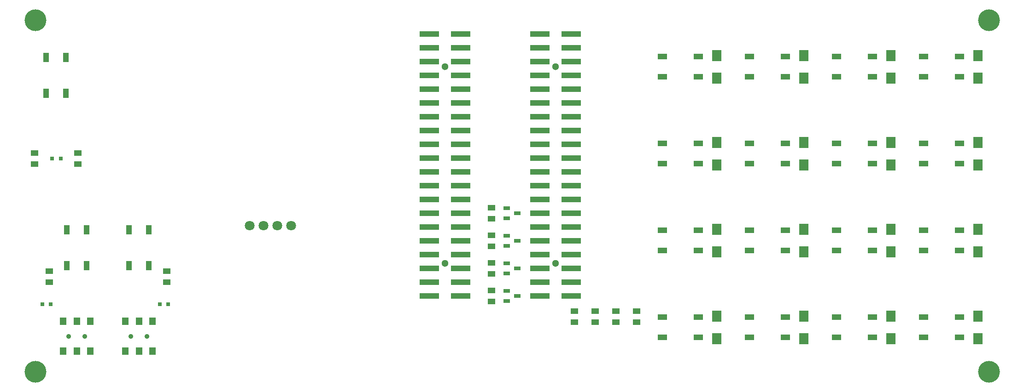
<source format=gbr>
%TF.GenerationSoftware,KiCad,Pcbnew,7.0.2-0*%
%TF.CreationDate,2023-09-13T20:52:30-05:00*%
%TF.ProjectId,CowPi-mk4a,436f7750-692d-46d6-9b34-612e6b696361,mk4a*%
%TF.SameCoordinates,Original*%
%TF.FileFunction,Soldermask,Top*%
%TF.FilePolarity,Negative*%
%FSLAX46Y46*%
G04 Gerber Fmt 4.6, Leading zero omitted, Abs format (unit mm)*
G04 Created by KiCad (PCBNEW 7.0.2-0) date 2023-09-13 20:52:30*
%MOMM*%
%LPD*%
G01*
G04 APERTURE LIST*
%ADD10R,1.377013X1.132537*%
%ADD11R,1.700000X1.000000*%
%ADD12R,1.250013X0.700000*%
%ADD13R,1.800000X2.000000*%
%ADD14R,3.600000X1.019990*%
%ADD15C,1.300025*%
%ADD16C,4.000000*%
%ADD17C,0.900025*%
%ADD18R,1.200000X1.400000*%
%ADD19R,1.000000X1.700000*%
%ADD20R,0.800000X0.800000*%
%ADD21C,1.800000*%
G04 APERTURE END LIST*
D10*
%TO.C,R12*%
X50320224Y-89900000D03*
X50320224Y-87900000D03*
%TD*%
D11*
%TO.C,U15*%
X213770731Y-86162294D03*
X220370681Y-86162269D03*
X213770731Y-89862701D03*
X220370681Y-89862676D03*
%TD*%
D12*
%TO.C,U42*%
X137090656Y-103132739D03*
X137090656Y-105032663D03*
X139090656Y-104082701D03*
%TD*%
D11*
%TO.C,U7*%
X213770731Y-70162294D03*
X220370681Y-70162269D03*
X213770731Y-73862701D03*
X220370681Y-73862676D03*
%TD*%
D13*
%TO.C,U31*%
X223690706Y-106072429D03*
X223690706Y-101952541D03*
%TD*%
%TO.C,U16*%
X223690706Y-90072429D03*
X223690706Y-85952541D03*
%TD*%
%TO.C,U8*%
X223690706Y-74072429D03*
X223690706Y-69952541D03*
%TD*%
D14*
%TO.C,U38*%
X128650504Y-114242736D03*
X122850656Y-114242736D03*
X128650504Y-111702731D03*
X122850656Y-111702731D03*
X128650504Y-109162726D03*
X122850656Y-109162726D03*
X128650504Y-106622721D03*
X122850656Y-106622721D03*
X128650504Y-104082716D03*
X122850656Y-104082716D03*
X128650504Y-101542711D03*
X122850656Y-101542711D03*
X128650504Y-99002706D03*
X122850656Y-99002706D03*
X128650504Y-96462701D03*
X122850656Y-96462701D03*
X128650504Y-93922696D03*
X122850656Y-93922696D03*
X128650504Y-91382691D03*
X122850656Y-91382691D03*
X128650504Y-88842685D03*
X122850656Y-88842685D03*
X128650504Y-86302680D03*
X122850656Y-86302680D03*
X128650504Y-83762675D03*
X122850656Y-83762675D03*
X128650504Y-81222670D03*
X122850656Y-81222670D03*
X128650504Y-78682665D03*
X122850656Y-78682665D03*
X128650504Y-76142660D03*
X122850656Y-76142660D03*
X128650504Y-73602655D03*
X122850656Y-73602655D03*
X128650504Y-71062650D03*
X122850656Y-71062650D03*
X128650504Y-68522645D03*
X122850656Y-68522645D03*
X128650504Y-65982640D03*
X122850656Y-65982640D03*
D15*
X125750580Y-108212764D03*
X125750580Y-72012866D03*
%TD*%
D16*
%TO.C,H4*%
X225720656Y-63442701D03*
%TD*%
D10*
%TO.C,R1*%
X134280656Y-115242701D03*
X134280656Y-113242701D03*
%TD*%
D13*
%TO.C,U12*%
X191690706Y-90072429D03*
X191690706Y-85952541D03*
%TD*%
D16*
%TO.C,H1*%
X50460656Y-128212701D03*
%TD*%
D11*
%TO.C,U17*%
X165770731Y-102162294D03*
X172370681Y-102162269D03*
X165770731Y-105862701D03*
X172370681Y-105862676D03*
%TD*%
D17*
%TO.C,U35*%
X56580783Y-121652650D03*
X59580783Y-121652650D03*
D18*
X55580783Y-124402714D03*
X58080656Y-124402714D03*
X60580529Y-124402714D03*
X55580783Y-118902586D03*
X58080656Y-118902586D03*
X60580529Y-118902586D03*
%TD*%
D19*
%TO.C,U34*%
X71360847Y-102052726D03*
X71360872Y-108652676D03*
X67660440Y-102052726D03*
X67660465Y-108652676D03*
%TD*%
D11*
%TO.C,U13*%
X197770731Y-86162294D03*
X204370681Y-86162269D03*
X197770731Y-89862701D03*
X204370681Y-89862676D03*
%TD*%
D10*
%TO.C,R10*%
X53000656Y-111702714D03*
X53000656Y-109702714D03*
%TD*%
D11*
%TO.C,U26*%
X197770731Y-118162294D03*
X204370681Y-118162269D03*
X197770731Y-121862701D03*
X204370681Y-121862676D03*
%TD*%
%TO.C,U9*%
X165770731Y-86162294D03*
X172370681Y-86162269D03*
X165770731Y-89862701D03*
X172370681Y-89862676D03*
%TD*%
D10*
%TO.C,R3*%
X134280656Y-110162701D03*
X134280656Y-108162701D03*
%TD*%
D11*
%TO.C,U18*%
X165770731Y-118162294D03*
X172370681Y-118162269D03*
X165770731Y-121862701D03*
X172370681Y-121862676D03*
%TD*%
D13*
%TO.C,U6*%
X207690706Y-74072429D03*
X207690706Y-69952541D03*
%TD*%
D16*
%TO.C,H3*%
X50460656Y-63442701D03*
%TD*%
D11*
%TO.C,U22*%
X181770731Y-118162294D03*
X188370681Y-118162269D03*
X181770731Y-121862701D03*
X188370681Y-121862676D03*
%TD*%
D19*
%TO.C,U33*%
X59930847Y-102052726D03*
X59930872Y-108652676D03*
X56230440Y-102052726D03*
X56230465Y-108652676D03*
%TD*%
D20*
%TO.C,LED2*%
X51730656Y-115782714D03*
X53329590Y-115775856D03*
%TD*%
D10*
%TO.C,R8*%
X160950656Y-117052701D03*
X160950656Y-119052701D03*
%TD*%
D13*
%TO.C,U14*%
X207690706Y-90072429D03*
X207690706Y-85952541D03*
%TD*%
%TO.C,U20*%
X175690706Y-122072429D03*
X175690706Y-117952541D03*
%TD*%
D10*
%TO.C,R9*%
X58320224Y-87900000D03*
X58320224Y-89900000D03*
%TD*%
D11*
%TO.C,U3*%
X181770731Y-70162294D03*
X188370681Y-70162269D03*
X181770731Y-73862701D03*
X188370681Y-73862676D03*
%TD*%
D19*
%TO.C,U37*%
X56120847Y-70302726D03*
X56120872Y-76902676D03*
X52420440Y-70302726D03*
X52420465Y-76902676D03*
%TD*%
D11*
%TO.C,U1*%
X165770731Y-70162294D03*
X172370681Y-70162269D03*
X165770731Y-73862701D03*
X172370681Y-73862676D03*
%TD*%
D12*
%TO.C,U40*%
X137090656Y-113292739D03*
X137090656Y-115192663D03*
X139090656Y-114242701D03*
%TD*%
D10*
%TO.C,R4*%
X153330656Y-117052701D03*
X153330656Y-119052701D03*
%TD*%
D11*
%TO.C,U5*%
X197770731Y-70162294D03*
X204370681Y-70162269D03*
X197770731Y-73862701D03*
X204370681Y-73862676D03*
%TD*%
D10*
%TO.C,R7*%
X134280656Y-100002701D03*
X134280656Y-98002701D03*
%TD*%
D13*
%TO.C,U10*%
X175690706Y-90072429D03*
X175690706Y-85952541D03*
%TD*%
D20*
%TO.C,LED3*%
X73321189Y-115786143D03*
X74920123Y-115779285D03*
%TD*%
D21*
%TO.C,U44*%
X89830648Y-101272168D03*
X92370653Y-101272168D03*
X94910659Y-101272168D03*
X97450664Y-101272168D03*
%TD*%
D13*
%TO.C,U4*%
X191690706Y-74072429D03*
X191690706Y-69952541D03*
%TD*%
D10*
%TO.C,R6*%
X157140656Y-117052701D03*
X157140656Y-119052701D03*
%TD*%
D11*
%TO.C,U30*%
X213770731Y-118162294D03*
X220370681Y-118162269D03*
X213770731Y-121862701D03*
X220370681Y-121862676D03*
%TD*%
%TO.C,U11*%
X181770731Y-86162294D03*
X188370681Y-86162269D03*
X181770731Y-89862701D03*
X188370681Y-89862676D03*
%TD*%
D15*
%TO.C,U39*%
X146070580Y-72012866D03*
X146070580Y-108212764D03*
D14*
X143170656Y-65982640D03*
X148970504Y-65982640D03*
X143170656Y-68522645D03*
X148970504Y-68522645D03*
X143170656Y-71062650D03*
X148970504Y-71062650D03*
X143170656Y-73602655D03*
X148970504Y-73602655D03*
X143170656Y-76142660D03*
X148970504Y-76142660D03*
X143170656Y-78682665D03*
X148970504Y-78682665D03*
X143170656Y-81222670D03*
X148970504Y-81222670D03*
X143170656Y-83762675D03*
X148970504Y-83762675D03*
X143170656Y-86302680D03*
X148970504Y-86302680D03*
X143170656Y-88842685D03*
X148970504Y-88842685D03*
X143170656Y-91382691D03*
X148970504Y-91382691D03*
X143170656Y-93922696D03*
X148970504Y-93922696D03*
X143170656Y-96462701D03*
X148970504Y-96462701D03*
X143170656Y-99002706D03*
X148970504Y-99002706D03*
X143170656Y-101542711D03*
X148970504Y-101542711D03*
X143170656Y-104082716D03*
X148970504Y-104082716D03*
X143170656Y-106622721D03*
X148970504Y-106622721D03*
X143170656Y-109162726D03*
X148970504Y-109162726D03*
X143170656Y-111702731D03*
X148970504Y-111702731D03*
X143170656Y-114242736D03*
X148970504Y-114242736D03*
%TD*%
D10*
%TO.C,R5*%
X134280656Y-105082701D03*
X134280656Y-103082701D03*
%TD*%
D13*
%TO.C,U19*%
X175690706Y-106072429D03*
X175690706Y-101952541D03*
%TD*%
D10*
%TO.C,R11*%
X74590656Y-111702714D03*
X74590656Y-109702714D03*
%TD*%
%TO.C,R2*%
X149520656Y-117052701D03*
X149520656Y-119052701D03*
%TD*%
D16*
%TO.C,H2*%
X225720656Y-128212701D03*
%TD*%
D20*
%TO.C,LED1*%
X53520757Y-88903429D03*
X55119691Y-88896571D03*
%TD*%
D13*
%TO.C,U24*%
X191690706Y-122072429D03*
X191690706Y-117952541D03*
%TD*%
%TO.C,U23*%
X191690706Y-106072429D03*
X191690706Y-101952541D03*
%TD*%
D12*
%TO.C,U41*%
X137090656Y-108212739D03*
X137090656Y-110112663D03*
X139090656Y-109162701D03*
%TD*%
D13*
%TO.C,U2*%
X175690706Y-74072429D03*
X175690706Y-69952541D03*
%TD*%
D11*
%TO.C,U25*%
X197770731Y-102162294D03*
X204370681Y-102162269D03*
X197770731Y-105862701D03*
X204370681Y-105862676D03*
%TD*%
D17*
%TO.C,U36*%
X68010783Y-121652650D03*
X71010783Y-121652650D03*
D18*
X67010783Y-124402714D03*
X69510656Y-124402714D03*
X72010529Y-124402714D03*
X67010783Y-118902586D03*
X69510656Y-118902586D03*
X72010529Y-118902586D03*
%TD*%
D11*
%TO.C,U21*%
X181770731Y-102162294D03*
X188370681Y-102162269D03*
X181770731Y-105862701D03*
X188370681Y-105862676D03*
%TD*%
D13*
%TO.C,U27*%
X207690706Y-106072429D03*
X207690706Y-101952541D03*
%TD*%
%TO.C,U28*%
X207690706Y-122072429D03*
X207690706Y-117952541D03*
%TD*%
%TO.C,U32*%
X223690706Y-122072429D03*
X223690706Y-117952541D03*
%TD*%
D11*
%TO.C,U29*%
X213770731Y-102162294D03*
X220370681Y-102162269D03*
X213770731Y-105862701D03*
X220370681Y-105862676D03*
%TD*%
D12*
%TO.C,U43*%
X137090656Y-98052739D03*
X137090656Y-99952663D03*
X139090656Y-99002701D03*
%TD*%
M02*

</source>
